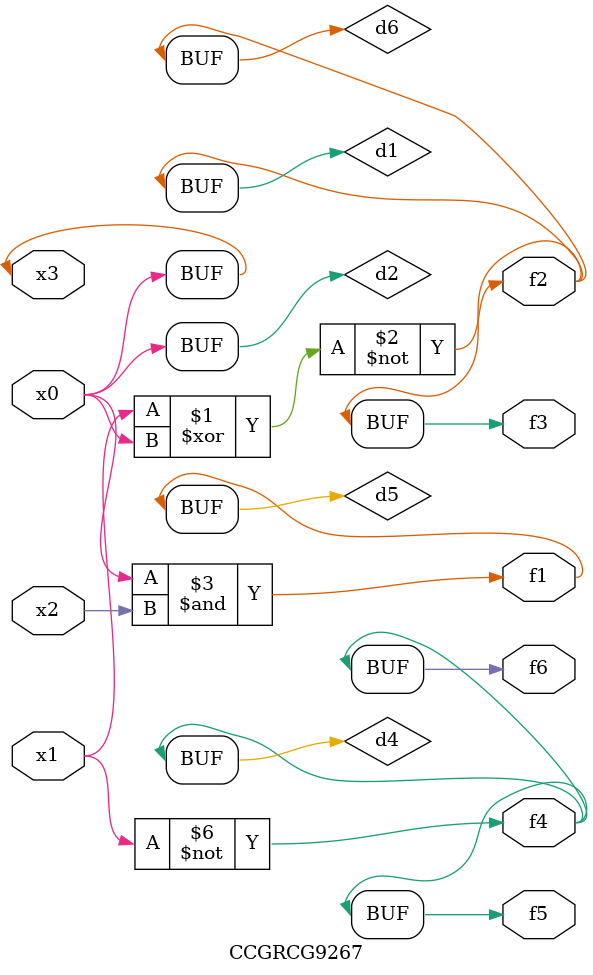
<source format=v>
module CCGRCG9267(
	input x0, x1, x2, x3,
	output f1, f2, f3, f4, f5, f6
);

	wire d1, d2, d3, d4, d5, d6;

	xnor (d1, x1, x3);
	buf (d2, x0, x3);
	nand (d3, x0, x2);
	not (d4, x1);
	nand (d5, d3);
	or (d6, d1);
	assign f1 = d5;
	assign f2 = d6;
	assign f3 = d6;
	assign f4 = d4;
	assign f5 = d4;
	assign f6 = d4;
endmodule

</source>
